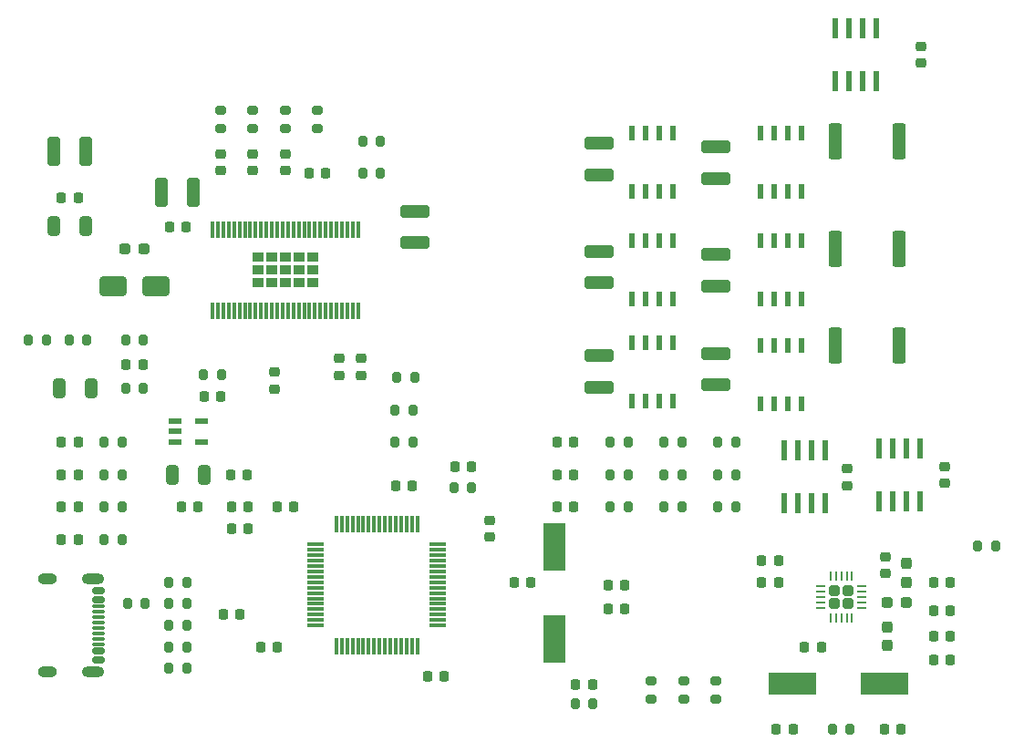
<source format=gbr>
%TF.GenerationSoftware,KiCad,Pcbnew,8.0.2*%
%TF.CreationDate,2024-10-03T19:13:02-03:00*%
%TF.ProjectId,ESCX,45534358-2e6b-4696-9361-645f70636258,rev?*%
%TF.SameCoordinates,Original*%
%TF.FileFunction,Paste,Top*%
%TF.FilePolarity,Positive*%
%FSLAX46Y46*%
G04 Gerber Fmt 4.6, Leading zero omitted, Abs format (unit mm)*
G04 Created by KiCad (PCBNEW 8.0.2) date 2024-10-03 19:13:02*
%MOMM*%
%LPD*%
G01*
G04 APERTURE LIST*
G04 Aperture macros list*
%AMRoundRect*
0 Rectangle with rounded corners*
0 $1 Rounding radius*
0 $2 $3 $4 $5 $6 $7 $8 $9 X,Y pos of 4 corners*
0 Add a 4 corners polygon primitive as box body*
4,1,4,$2,$3,$4,$5,$6,$7,$8,$9,$2,$3,0*
0 Add four circle primitives for the rounded corners*
1,1,$1+$1,$2,$3*
1,1,$1+$1,$4,$5*
1,1,$1+$1,$6,$7*
1,1,$1+$1,$8,$9*
0 Add four rect primitives between the rounded corners*
20,1,$1+$1,$2,$3,$4,$5,0*
20,1,$1+$1,$4,$5,$6,$7,0*
20,1,$1+$1,$6,$7,$8,$9,0*
20,1,$1+$1,$8,$9,$2,$3,0*%
G04 Aperture macros list end*
%ADD10RoundRect,0.237500X0.287500X0.237500X-0.287500X0.237500X-0.287500X-0.237500X0.287500X-0.237500X0*%
%ADD11RoundRect,0.225000X-0.225000X-0.250000X0.225000X-0.250000X0.225000X0.250000X-0.225000X0.250000X0*%
%ADD12RoundRect,0.250000X1.100000X-0.325000X1.100000X0.325000X-1.100000X0.325000X-1.100000X-0.325000X0*%
%ADD13RoundRect,0.200000X0.200000X0.275000X-0.200000X0.275000X-0.200000X-0.275000X0.200000X-0.275000X0*%
%ADD14RoundRect,0.218750X0.218750X0.256250X-0.218750X0.256250X-0.218750X-0.256250X0.218750X-0.256250X0*%
%ADD15RoundRect,0.200000X-0.200000X-0.275000X0.200000X-0.275000X0.200000X0.275000X-0.200000X0.275000X0*%
%ADD16RoundRect,0.200000X-0.275000X0.200000X-0.275000X-0.200000X0.275000X-0.200000X0.275000X0.200000X0*%
%ADD17RoundRect,0.225000X-0.250000X0.225000X-0.250000X-0.225000X0.250000X-0.225000X0.250000X0.225000X0*%
%ADD18RoundRect,0.225000X0.225000X0.250000X-0.225000X0.250000X-0.225000X-0.250000X0.225000X-0.250000X0*%
%ADD19RoundRect,0.225000X0.250000X-0.225000X0.250000X0.225000X-0.250000X0.225000X-0.250000X-0.225000X0*%
%ADD20R,0.558800X1.981200*%
%ADD21R,1.030000X0.960000*%
%ADD22R,0.300000X1.550000*%
%ADD23RoundRect,0.250000X-0.362500X-1.425000X0.362500X-1.425000X0.362500X1.425000X-0.362500X1.425000X0*%
%ADD24R,1.270000X0.558800*%
%ADD25RoundRect,0.250000X-0.325000X-1.100000X0.325000X-1.100000X0.325000X1.100000X-0.325000X1.100000X0*%
%ADD26RoundRect,0.075000X0.700000X0.075000X-0.700000X0.075000X-0.700000X-0.075000X0.700000X-0.075000X0*%
%ADD27RoundRect,0.075000X0.075000X0.700000X-0.075000X0.700000X-0.075000X-0.700000X0.075000X-0.700000X0*%
%ADD28RoundRect,0.250000X-0.255000X-0.255000X0.255000X-0.255000X0.255000X0.255000X-0.255000X0.255000X0*%
%ADD29RoundRect,0.062500X-0.350000X-0.062500X0.350000X-0.062500X0.350000X0.062500X-0.350000X0.062500X0*%
%ADD30RoundRect,0.062500X-0.062500X-0.350000X0.062500X-0.350000X0.062500X0.350000X-0.062500X0.350000X0*%
%ADD31RoundRect,0.237500X-0.237500X0.287500X-0.237500X-0.287500X0.237500X-0.287500X0.237500X0.287500X0*%
%ADD32RoundRect,0.250000X-0.325000X-0.650000X0.325000X-0.650000X0.325000X0.650000X-0.325000X0.650000X0*%
%ADD33R,0.558800X1.460500*%
%ADD34RoundRect,0.150000X-0.425000X0.150000X-0.425000X-0.150000X0.425000X-0.150000X0.425000X0.150000X0*%
%ADD35RoundRect,0.075000X-0.500000X0.075000X-0.500000X-0.075000X0.500000X-0.075000X0.500000X0.075000X0*%
%ADD36O,2.100000X1.000000*%
%ADD37O,1.800000X1.000000*%
%ADD38R,2.000000X4.500000*%
%ADD39RoundRect,0.237500X0.237500X-0.287500X0.237500X0.287500X-0.237500X0.287500X-0.237500X-0.287500X0*%
%ADD40RoundRect,0.250000X1.000000X0.650000X-1.000000X0.650000X-1.000000X-0.650000X1.000000X-0.650000X0*%
%ADD41RoundRect,0.250000X0.325000X1.100000X-0.325000X1.100000X-0.325000X-1.100000X0.325000X-1.100000X0*%
%ADD42RoundRect,0.218750X-0.218750X-0.256250X0.218750X-0.256250X0.218750X0.256250X-0.218750X0.256250X0*%
%ADD43R,4.500000X2.000000*%
%ADD44RoundRect,0.250000X0.325000X0.650000X-0.325000X0.650000X-0.325000X-0.650000X0.325000X-0.650000X0*%
G04 APERTURE END LIST*
D10*
%TO.C,L2*%
X111875000Y-83000000D03*
X110125000Y-83000000D03*
%TD*%
D11*
%TO.C,C4*%
X146225000Y-114000000D03*
X147775000Y-114000000D03*
%TD*%
D12*
%TO.C,C54*%
X165000000Y-95674150D03*
X165000000Y-92724150D03*
%TD*%
D13*
%TO.C,R11*%
X166825000Y-107000000D03*
X165175000Y-107000000D03*
%TD*%
D11*
%TO.C,C37*%
X185225000Y-119000000D03*
X186775000Y-119000000D03*
%TD*%
D12*
%TO.C,C50*%
X165000000Y-86475000D03*
X165000000Y-83525000D03*
%TD*%
D11*
%TO.C,C2*%
X124225000Y-107000000D03*
X125775000Y-107000000D03*
%TD*%
%TO.C,C56*%
X151975000Y-123500000D03*
X153525000Y-123500000D03*
%TD*%
D13*
%TO.C,R3*%
X109825000Y-107000000D03*
X108175000Y-107000000D03*
%TD*%
D14*
%TO.C,D1*%
X105787500Y-104000000D03*
X104212500Y-104000000D03*
%TD*%
D13*
%TO.C,R7*%
X119075000Y-94750000D03*
X117425000Y-94750000D03*
%TD*%
D15*
%TO.C,R8*%
X110175000Y-91500000D03*
X111825000Y-91500000D03*
%TD*%
%TO.C,R1*%
X108175000Y-104000000D03*
X109825000Y-104000000D03*
%TD*%
D13*
%TO.C,R16*%
X177450000Y-127625000D03*
X175800000Y-127625000D03*
%TD*%
D16*
%TO.C,R26*%
X125000000Y-70175000D03*
X125000000Y-71825000D03*
%TD*%
D17*
%TO.C,C27*%
X125000000Y-74225000D03*
X125000000Y-75775000D03*
%TD*%
D12*
%TO.C,C46*%
X165000000Y-76475000D03*
X165000000Y-73525000D03*
%TD*%
D13*
%TO.C,R5*%
X102825000Y-91500000D03*
X101175000Y-91500000D03*
%TD*%
D16*
%TO.C,R19*%
X122000000Y-70175000D03*
X122000000Y-71825000D03*
%TD*%
D15*
%TO.C,R2*%
X108175000Y-101000000D03*
X109825000Y-101000000D03*
%TD*%
D18*
%TO.C,C39*%
X186775000Y-114000000D03*
X185225000Y-114000000D03*
%TD*%
D15*
%TO.C,R25*%
X140675000Y-105250000D03*
X142325000Y-105250000D03*
%TD*%
%TO.C,R13*%
X160175000Y-101000000D03*
X161825000Y-101000000D03*
%TD*%
D19*
%TO.C,C51*%
X177200000Y-105000000D03*
X177200000Y-103450000D03*
%TD*%
D18*
%TO.C,C31*%
X170775000Y-112000000D03*
X169225000Y-112000000D03*
%TD*%
D20*
%TO.C,U7*%
X175105000Y-101761200D03*
X173835000Y-101761200D03*
X172565000Y-101761200D03*
X171295000Y-101761200D03*
X171295000Y-106688800D03*
X172565000Y-106688800D03*
X173835000Y-106688800D03*
X175105000Y-106688800D03*
%TD*%
D18*
%TO.C,C25*%
X115775000Y-81000000D03*
X114225000Y-81000000D03*
%TD*%
D21*
%TO.C,U3*%
X122460000Y-86203400D03*
X123730000Y-86203400D03*
X125000000Y-86203400D03*
X126270000Y-86203400D03*
X127540000Y-86203400D03*
X122460000Y-85000000D03*
X123730000Y-85000000D03*
X125000000Y-85000000D03*
X126270000Y-85000000D03*
X127540000Y-85000000D03*
X122460000Y-83796600D03*
X123730000Y-83796600D03*
X125000000Y-83796600D03*
X126270000Y-83796600D03*
X127540000Y-83796600D03*
D22*
X118250000Y-88750000D03*
X118750000Y-88750000D03*
X119250000Y-88750000D03*
X119750000Y-88750000D03*
X120250000Y-88750000D03*
X120750000Y-88750000D03*
X121250000Y-88750000D03*
X121750000Y-88750000D03*
X122250000Y-88750000D03*
X122750000Y-88750000D03*
X123250000Y-88750000D03*
X123750000Y-88750000D03*
X124250000Y-88750000D03*
X124750000Y-88750000D03*
X125250000Y-88750000D03*
X125750000Y-88750000D03*
X126250000Y-88750000D03*
X126750000Y-88750000D03*
X127250000Y-88750000D03*
X127750000Y-88750000D03*
X128250000Y-88750000D03*
X128750000Y-88750000D03*
X129250000Y-88750000D03*
X129750000Y-88750000D03*
X130250000Y-88750000D03*
X130750000Y-88750000D03*
X131250000Y-88750000D03*
X131750000Y-88750000D03*
X131750000Y-81250000D03*
X131250000Y-81250000D03*
X130750000Y-81250000D03*
X130250000Y-81250000D03*
X129750000Y-81250000D03*
X129250000Y-81250000D03*
X128750000Y-81250000D03*
X128250000Y-81250000D03*
X127750000Y-81250000D03*
X127250000Y-81250000D03*
X126750000Y-81250000D03*
X126250000Y-81250000D03*
X125750000Y-81250000D03*
X125250000Y-81250000D03*
X124750000Y-81250000D03*
X124250000Y-81250000D03*
X123750000Y-81250000D03*
X123250000Y-81250000D03*
X122750000Y-81250000D03*
X122250000Y-81250000D03*
X121750000Y-81250000D03*
X121250000Y-81250000D03*
X120750000Y-81250000D03*
X120250000Y-81250000D03*
X119750000Y-81250000D03*
X119250000Y-81250000D03*
X118750000Y-81250000D03*
X118250000Y-81250000D03*
%TD*%
D17*
%TO.C,C16*%
X130000000Y-93225000D03*
X130000000Y-94775000D03*
%TD*%
D23*
%TO.C,R30*%
X176037500Y-92000000D03*
X181962500Y-92000000D03*
%TD*%
D24*
%TO.C,U2*%
X114780800Y-99047500D03*
X114780800Y-100000000D03*
X114780800Y-100952500D03*
X117219200Y-100952500D03*
X117219200Y-99047500D03*
%TD*%
D20*
%TO.C,U6*%
X183905000Y-101536200D03*
X182635000Y-101536200D03*
X181365000Y-101536200D03*
X180095000Y-101536200D03*
X180095000Y-106463800D03*
X181365000Y-106463800D03*
X182635000Y-106463800D03*
X183905000Y-106463800D03*
%TD*%
D25*
%TO.C,C12*%
X103525000Y-74000000D03*
X106475000Y-74000000D03*
%TD*%
D26*
%TO.C,U1*%
X139175000Y-118000000D03*
X139175000Y-117500000D03*
X139175000Y-117000000D03*
X139175000Y-116500000D03*
X139175000Y-116000000D03*
X139175000Y-115500000D03*
X139175000Y-115000000D03*
X139175000Y-114500000D03*
X139175000Y-114000000D03*
X139175000Y-113500000D03*
X139175000Y-113000000D03*
X139175000Y-112500000D03*
X139175000Y-112000000D03*
X139175000Y-111500000D03*
X139175000Y-111000000D03*
X139175000Y-110500000D03*
D27*
X137250000Y-108575000D03*
X136750000Y-108575000D03*
X136250000Y-108575000D03*
X135750000Y-108575000D03*
X135250000Y-108575000D03*
X134750000Y-108575000D03*
X134250000Y-108575000D03*
X133750000Y-108575000D03*
X133250000Y-108575000D03*
X132750000Y-108575000D03*
X132250000Y-108575000D03*
X131750000Y-108575000D03*
X131250000Y-108575000D03*
X130750000Y-108575000D03*
X130250000Y-108575000D03*
X129750000Y-108575000D03*
D26*
X127825000Y-110500000D03*
X127825000Y-111000000D03*
X127825000Y-111500000D03*
X127825000Y-112000000D03*
X127825000Y-112500000D03*
X127825000Y-113000000D03*
X127825000Y-113500000D03*
X127825000Y-114000000D03*
X127825000Y-114500000D03*
X127825000Y-115000000D03*
X127825000Y-115500000D03*
X127825000Y-116000000D03*
X127825000Y-116500000D03*
X127825000Y-117000000D03*
X127825000Y-117500000D03*
X127825000Y-118000000D03*
D27*
X129750000Y-119925000D03*
X130250000Y-119925000D03*
X130750000Y-119925000D03*
X131250000Y-119925000D03*
X131750000Y-119925000D03*
X132250000Y-119925000D03*
X132750000Y-119925000D03*
X133250000Y-119925000D03*
X133750000Y-119925000D03*
X134250000Y-119925000D03*
X134750000Y-119925000D03*
X135250000Y-119925000D03*
X135750000Y-119925000D03*
X136250000Y-119925000D03*
X136750000Y-119925000D03*
X137250000Y-119925000D03*
%TD*%
D13*
%TO.C,R22*%
X156825000Y-104000000D03*
X155175000Y-104000000D03*
%TD*%
D11*
%TO.C,C3*%
X119225000Y-117000000D03*
X120775000Y-117000000D03*
%TD*%
D16*
%TO.C,R34*%
X162000000Y-123175000D03*
X162000000Y-124825000D03*
%TD*%
D13*
%TO.C,R4*%
X106575000Y-91500000D03*
X104925000Y-91500000D03*
%TD*%
D11*
%TO.C,C33*%
X169225000Y-114000000D03*
X170775000Y-114000000D03*
%TD*%
D28*
%TO.C,U4*%
X176000000Y-114750000D03*
X176000000Y-116000000D03*
X177250000Y-114750000D03*
X177250000Y-116000000D03*
D29*
X174687500Y-114375000D03*
X174687500Y-114875000D03*
X174687500Y-115375000D03*
X174687500Y-115875000D03*
X174687500Y-116375000D03*
D30*
X175625000Y-117312500D03*
X176125000Y-117312500D03*
X176625000Y-117312500D03*
X177125000Y-117312500D03*
X177625000Y-117312500D03*
D29*
X178562500Y-116375000D03*
X178562500Y-115875000D03*
X178562500Y-115375000D03*
X178562500Y-114875000D03*
X178562500Y-114375000D03*
D30*
X177625000Y-113437500D03*
X177125000Y-113437500D03*
X176625000Y-113437500D03*
X176125000Y-113437500D03*
X175625000Y-113437500D03*
%TD*%
D31*
%TO.C,L4*%
X182700000Y-112225000D03*
X182700000Y-113975000D03*
%TD*%
D18*
%TO.C,C32*%
X174775000Y-120000000D03*
X173225000Y-120000000D03*
%TD*%
D13*
%TO.C,R29*%
X136825000Y-98000000D03*
X135175000Y-98000000D03*
%TD*%
D19*
%TO.C,C47*%
X186215000Y-104800850D03*
X186215000Y-103250850D03*
%TD*%
%TO.C,C34*%
X180700000Y-113175000D03*
X180700000Y-111625000D03*
%TD*%
D16*
%TO.C,R18*%
X119000000Y-70175000D03*
X119000000Y-71825000D03*
%TD*%
D32*
%TO.C,C30*%
X103525000Y-80930000D03*
X106475000Y-80930000D03*
%TD*%
D11*
%TO.C,C29*%
X104225000Y-78250000D03*
X105775000Y-78250000D03*
%TD*%
D33*
%TO.C,Q6*%
X172905000Y-97448300D03*
X169095000Y-92000000D03*
X170365000Y-92000000D03*
X171635000Y-92000000D03*
X172905000Y-92000000D03*
X169095000Y-97448300D03*
X170365000Y-97448300D03*
X171635000Y-97448300D03*
%TD*%
D13*
%TO.C,R37*%
X115825000Y-114000000D03*
X114175000Y-114000000D03*
%TD*%
D18*
%TO.C,C35*%
X182150000Y-127625000D03*
X180600000Y-127625000D03*
%TD*%
D13*
%TO.C,R41*%
X115825000Y-122000000D03*
X114175000Y-122000000D03*
%TD*%
D34*
%TO.C,J9*%
X107680000Y-114800000D03*
X107680000Y-115600000D03*
D35*
X107680000Y-116750000D03*
X107680000Y-117750000D03*
X107680000Y-118250000D03*
X107680000Y-119250000D03*
D34*
X107680000Y-120400000D03*
X107680000Y-121200000D03*
X107680000Y-121200000D03*
X107680000Y-120400000D03*
D35*
X107680000Y-119750000D03*
X107680000Y-118750000D03*
X107680000Y-117250000D03*
X107680000Y-116250000D03*
D34*
X107680000Y-115600000D03*
X107680000Y-114800000D03*
D36*
X107105000Y-113680000D03*
D37*
X102925000Y-113680000D03*
D36*
X107105000Y-122320000D03*
D37*
X102925000Y-122320000D03*
%TD*%
D10*
%TO.C,L3*%
X182675000Y-115900000D03*
X180925000Y-115900000D03*
%TD*%
D12*
%TO.C,C45*%
X154095000Y-76199150D03*
X154095000Y-73249150D03*
%TD*%
D19*
%TO.C,C9*%
X144000000Y-109775000D03*
X144000000Y-108225000D03*
%TD*%
D13*
%TO.C,R31*%
X133825000Y-73000000D03*
X132175000Y-73000000D03*
%TD*%
D11*
%TO.C,C38*%
X185225000Y-121200000D03*
X186775000Y-121200000D03*
%TD*%
D18*
%TO.C,C7*%
X156525000Y-114250000D03*
X154975000Y-114250000D03*
%TD*%
D13*
%TO.C,R28*%
X137000000Y-95000000D03*
X135350000Y-95000000D03*
%TD*%
D14*
%TO.C,D3*%
X105787500Y-107000000D03*
X104212500Y-107000000D03*
%TD*%
D38*
%TO.C,X1*%
X150000000Y-110750000D03*
X150000000Y-119250000D03*
%TD*%
D39*
%TO.C,L5*%
X180900000Y-119875000D03*
X180900000Y-118125000D03*
%TD*%
D20*
%TO.C,U5*%
X179905000Y-62536200D03*
X178635000Y-62536200D03*
X177365000Y-62536200D03*
X176095000Y-62536200D03*
X176095000Y-67463800D03*
X177365000Y-67463800D03*
X178635000Y-67463800D03*
X179905000Y-67463800D03*
%TD*%
D33*
%TO.C,Q4*%
X172905000Y-87724150D03*
X169095000Y-82275850D03*
X170365000Y-82275850D03*
X171635000Y-82275850D03*
X172905000Y-82275850D03*
X169095000Y-87724150D03*
X170365000Y-87724150D03*
X171635000Y-87724150D03*
%TD*%
D40*
%TO.C,D4*%
X113000000Y-86500000D03*
X109000000Y-86500000D03*
%TD*%
D15*
%TO.C,R12*%
X160175000Y-107000000D03*
X161825000Y-107000000D03*
%TD*%
D13*
%TO.C,R42*%
X112000000Y-116000000D03*
X110350000Y-116000000D03*
%TD*%
D18*
%TO.C,C40*%
X186775000Y-116650000D03*
X185225000Y-116650000D03*
%TD*%
%TO.C,C13*%
X119025000Y-96750000D03*
X117475000Y-96750000D03*
%TD*%
D41*
%TO.C,C28*%
X116475000Y-77750000D03*
X113525000Y-77750000D03*
%TD*%
D18*
%TO.C,C42*%
X151775000Y-101000000D03*
X150225000Y-101000000D03*
%TD*%
D15*
%TO.C,R43*%
X108175000Y-110000000D03*
X109825000Y-110000000D03*
%TD*%
D11*
%TO.C,C6*%
X120000000Y-109000000D03*
X121550000Y-109000000D03*
%TD*%
D18*
%TO.C,C43*%
X151775000Y-107000000D03*
X150225000Y-107000000D03*
%TD*%
D13*
%TO.C,R38*%
X115825000Y-120000000D03*
X114175000Y-120000000D03*
%TD*%
D18*
%TO.C,C11*%
X124275000Y-120000000D03*
X122725000Y-120000000D03*
%TD*%
D11*
%TO.C,C36*%
X170600000Y-127625000D03*
X172150000Y-127625000D03*
%TD*%
D33*
%TO.C,Q2*%
X172905000Y-77724150D03*
X169095000Y-72275850D03*
X170365000Y-72275850D03*
X171635000Y-72275850D03*
X172905000Y-72275850D03*
X169095000Y-77724150D03*
X170365000Y-77724150D03*
X171635000Y-77724150D03*
%TD*%
D17*
%TO.C,C23*%
X122000000Y-74225000D03*
X122000000Y-75775000D03*
%TD*%
D23*
%TO.C,R23*%
X176037500Y-83000000D03*
X181962500Y-83000000D03*
%TD*%
D18*
%TO.C,C20*%
X116875000Y-107000000D03*
X115325000Y-107000000D03*
%TD*%
D13*
%TO.C,R40*%
X115825000Y-118000000D03*
X114175000Y-118000000D03*
%TD*%
%TO.C,R9*%
X166825000Y-101000000D03*
X165175000Y-101000000D03*
%TD*%
%TO.C,R21*%
X156825000Y-107000000D03*
X155175000Y-107000000D03*
%TD*%
D11*
%TO.C,C17*%
X110225000Y-93750000D03*
X111775000Y-93750000D03*
%TD*%
D13*
%TO.C,R32*%
X133825000Y-76000000D03*
X132175000Y-76000000D03*
%TD*%
D16*
%TO.C,R27*%
X128000000Y-70175000D03*
X128000000Y-71825000D03*
%TD*%
D15*
%TO.C,R6*%
X110175000Y-96000000D03*
X111825000Y-96000000D03*
%TD*%
D33*
%TO.C,Q1*%
X157190000Y-72275850D03*
X161000000Y-77724150D03*
X159730000Y-77724150D03*
X158460000Y-77724150D03*
X157190000Y-77724150D03*
X161000000Y-72275850D03*
X159730000Y-72275850D03*
X158460000Y-72275850D03*
%TD*%
D15*
%TO.C,R36*%
X151925000Y-125250000D03*
X153575000Y-125250000D03*
%TD*%
D14*
%TO.C,D2*%
X105787500Y-101000000D03*
X104212500Y-101000000D03*
%TD*%
D42*
%TO.C,D5*%
X104212500Y-110000000D03*
X105787500Y-110000000D03*
%TD*%
D18*
%TO.C,L1*%
X121475000Y-104000000D03*
X119925000Y-104000000D03*
%TD*%
D33*
%TO.C,Q5*%
X157190000Y-91724150D03*
X161000000Y-97172450D03*
X159730000Y-97172450D03*
X158460000Y-97172450D03*
X157190000Y-97172450D03*
X161000000Y-91724150D03*
X159730000Y-91724150D03*
X158460000Y-91724150D03*
%TD*%
D32*
%TO.C,C15*%
X104025000Y-96000000D03*
X106975000Y-96000000D03*
%TD*%
D13*
%TO.C,R39*%
X115825000Y-116000000D03*
X114175000Y-116000000D03*
%TD*%
D15*
%TO.C,R14*%
X160175000Y-104000000D03*
X161825000Y-104000000D03*
%TD*%
D16*
%TO.C,R35*%
X165000000Y-123175000D03*
X165000000Y-124825000D03*
%TD*%
D17*
%TO.C,C19*%
X124000000Y-94475000D03*
X124000000Y-96025000D03*
%TD*%
D12*
%TO.C,C22*%
X137000000Y-82475000D03*
X137000000Y-79525000D03*
%TD*%
D18*
%TO.C,C1*%
X156525000Y-116500000D03*
X154975000Y-116500000D03*
%TD*%
%TO.C,C44*%
X151775000Y-104000000D03*
X150225000Y-104000000D03*
%TD*%
D17*
%TO.C,C18*%
X132000000Y-93225000D03*
X132000000Y-94775000D03*
%TD*%
D11*
%TO.C,C48*%
X140725000Y-103250000D03*
X142275000Y-103250000D03*
%TD*%
D12*
%TO.C,C55*%
X154095000Y-95923300D03*
X154095000Y-92973300D03*
%TD*%
D11*
%TO.C,C5*%
X120000000Y-107000000D03*
X121550000Y-107000000D03*
%TD*%
D19*
%TO.C,C41*%
X184000000Y-65775000D03*
X184000000Y-64225000D03*
%TD*%
D17*
%TO.C,C26*%
X119000000Y-74225000D03*
X119000000Y-75775000D03*
%TD*%
D13*
%TO.C,R15*%
X190925000Y-110600000D03*
X189275000Y-110600000D03*
%TD*%
D11*
%TO.C,C8*%
X135225000Y-105000000D03*
X136775000Y-105000000D03*
%TD*%
D12*
%TO.C,C49*%
X154095000Y-86199150D03*
X154095000Y-83249150D03*
%TD*%
D33*
%TO.C,Q3*%
X157190000Y-82275850D03*
X161000000Y-87724150D03*
X159730000Y-87724150D03*
X158460000Y-87724150D03*
X157190000Y-87724150D03*
X161000000Y-82275850D03*
X159730000Y-82275850D03*
X158460000Y-82275850D03*
%TD*%
D43*
%TO.C,X2*%
X172125000Y-123375000D03*
X180625000Y-123375000D03*
%TD*%
D16*
%TO.C,R33*%
X159000000Y-123175000D03*
X159000000Y-124825000D03*
%TD*%
D23*
%TO.C,R17*%
X176037500Y-73000000D03*
X181962500Y-73000000D03*
%TD*%
D15*
%TO.C,R24*%
X135175000Y-101000000D03*
X136825000Y-101000000D03*
%TD*%
D13*
%TO.C,R20*%
X156825000Y-101000000D03*
X155175000Y-101000000D03*
%TD*%
D18*
%TO.C,C10*%
X139775000Y-122750000D03*
X138225000Y-122750000D03*
%TD*%
D13*
%TO.C,R10*%
X166825000Y-104000000D03*
X165175000Y-104000000D03*
%TD*%
D44*
%TO.C,C21*%
X117475000Y-104000000D03*
X114525000Y-104000000D03*
%TD*%
D18*
%TO.C,C24*%
X128775000Y-76000000D03*
X127225000Y-76000000D03*
%TD*%
M02*

</source>
